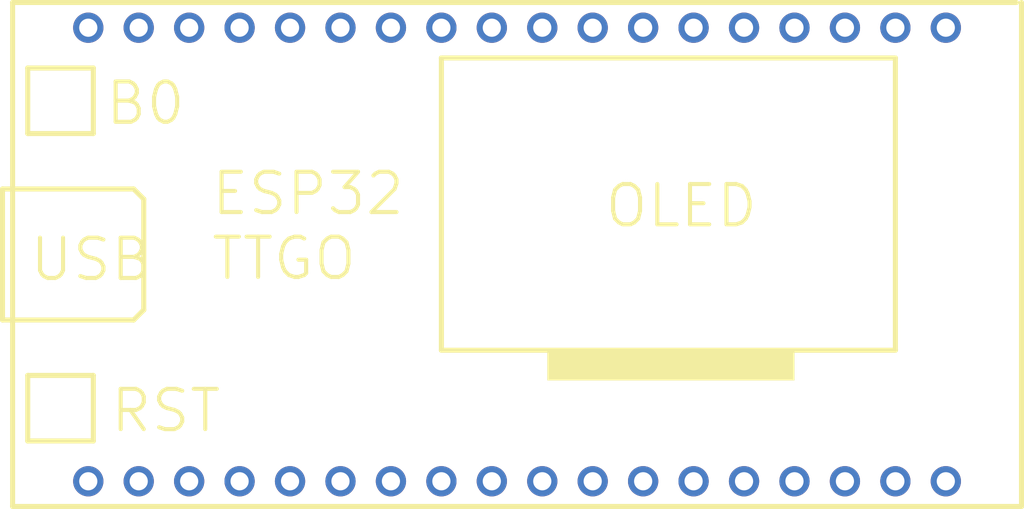
<source format=kicad_pcb>
(kicad_pcb (version 20171130) (host pcbnew 5.1.9)

  (general
    (thickness 1.6)
    (drawings 28)
    (tracks 36)
    (zones 0)
    (modules 0)
    (nets 5)
  )

  (page A4)
  (layers
    (0 F.Cu signal)
    (31 B.Cu signal)
    (32 B.Adhes user)
    (33 F.Adhes user)
    (34 B.Paste user)
    (35 F.Paste user)
    (36 B.SilkS user)
    (37 F.SilkS user)
    (38 B.Mask user)
    (39 F.Mask user)
    (40 Dwgs.User user)
    (41 Cmts.User user)
    (42 Eco1.User user)
    (43 Eco2.User user)
    (44 Edge.Cuts user)
    (45 Margin user)
    (46 B.CrtYd user)
    (47 F.CrtYd user)
    (48 B.Fab user hide)
    (49 F.Fab user hide)
  )

  (setup
    (last_trace_width 0.25)
    (trace_clearance 0.2)
    (zone_clearance 0.508)
    (zone_45_only no)
    (trace_min 0.2)
    (via_size 0.8)
    (via_drill 0.4)
    (via_min_size 0.4)
    (via_min_drill 0.3)
    (uvia_size 0.3)
    (uvia_drill 0.1)
    (uvias_allowed no)
    (uvia_min_size 0.2)
    (uvia_min_drill 0.1)
    (edge_width 0.05)
    (segment_width 0.2)
    (pcb_text_width 0.3)
    (pcb_text_size 1.5 1.5)
    (mod_edge_width 0.12)
    (mod_text_size 1 1)
    (mod_text_width 0.15)
    (pad_size 1.524 1.524)
    (pad_drill 0.762)
    (pad_to_mask_clearance 0)
    (aux_axis_origin 0 0)
    (visible_elements FFFFFF7F)
    (pcbplotparams
      (layerselection 0x010fc_ffffffff)
      (usegerberextensions false)
      (usegerberattributes true)
      (usegerberadvancedattributes true)
      (creategerberjobfile true)
      (excludeedgelayer true)
      (linewidth 0.100000)
      (plotframeref false)
      (viasonmask false)
      (mode 1)
      (useauxorigin false)
      (hpglpennumber 1)
      (hpglpenspeed 20)
      (hpglpendiameter 15.000000)
      (psnegative false)
      (psa4output false)
      (plotreference true)
      (plotvalue true)
      (plotinvisibletext false)
      (padsonsilk false)
      (subtractmaskfromsilk false)
      (outputformat 1)
      (mirror false)
      (drillshape 1)
      (scaleselection 1)
      (outputdirectory ""))
  )

  (net 0 "")
  (net 1 GND)
  (net 2 5V)
  (net 3 3V3)
  (net 4 RST)

  (net_class Default "This is the default net class."
    (clearance 0.2)
    (trace_width 0.25)
    (via_dia 0.8)
    (via_drill 0.4)
    (uvia_dia 0.3)
    (uvia_drill 0.1)
    (add_net 3V3)
    (add_net 5V)
    (add_net GND)
    (add_net RST)
  )

  (gr_line (start 89.962 72.836) (end 93.264 72.836) (layer F.SilkS) (width 0.254))
  (gr_line (start 93.264 72.836) (end 93.264 76.138) (layer F.SilkS) (width 0.254))
  (gr_line (start 93.264 76.138) (end 89.962 76.138) (layer F.SilkS) (width 0.254))
  (gr_line (start 89.962 76.138) (end 89.962 72.836) (layer F.SilkS) (width 0.254))
  (gr_line (start 88.692 63.438) (end 95.296 63.438) (layer F.SilkS) (width 0.254))
  (gr_line (start 95.296 63.438) (end 95.804 63.946) (layer F.SilkS) (width 0.254))
  (gr_line (start 95.804 63.946) (end 95.804 69.534) (layer F.SilkS) (width 0.254))
  (gr_line (start 95.804 69.534) (end 95.296 70.042) (layer F.SilkS) (width 0.254))
  (gr_line (start 95.296 70.042) (end 88.692 70.042) (layer F.SilkS) (width 0.254))
  (gr_line (start 88.692 70.042) (end 88.692 63.438) (layer F.SilkS) (width 0.254))
  (gr_line (start 89.962 57.342) (end 93.264 57.342) (layer F.SilkS) (width 0.254))
  (gr_line (start 93.264 57.342) (end 93.264 60.644) (layer F.SilkS) (width 0.254))
  (gr_line (start 93.264 60.644) (end 89.962 60.644) (layer F.SilkS) (width 0.254))
  (gr_line (start 89.962 60.644) (end 89.962 57.342) (layer F.SilkS) (width 0.254))
  (gr_line (start 110.79 56.834) (end 110.79 71.566) (layer F.SilkS) (width 0.254))
  (gr_line (start 133.65 56.834) (end 133.65 71.566) (layer F.SilkS) (width 0.254))
  (gr_line (start 133.65 71.566) (end 110.79 71.566) (layer F.SilkS) (width 0.254))
  (gr_line (start 110.79 56.834) (end 133.65 56.834) (layer F.SilkS) (width 0.254))
  (gr_line (start 140 79.44) (end 89.2 79.44) (layer F.SilkS) (width 0.254))
  (gr_line (start 89.2 54.04) (end 139.746 54.04) (layer F.SilkS) (width 0.254))
  (gr_line (start 89.2 54.04) (end 89.2 79.44) (layer F.SilkS) (width 0.254))
  (gr_line (start 140 54.04) (end 140 79.44) (layer F.SilkS) (width 0.254))
  (gr_text "ESP32\nTTGO" (at 99.106 65.307) (layer F.SilkS)
    (effects (font (size 2.032 2.032) (thickness 0.203)) (justify left))
  )
  (gr_text OLED (at 118.918 64.291) (layer F.SilkS)
    (effects (font (size 2.032 2.032) (thickness 0.203)) (justify left))
  )
  (gr_text B0 (at 93.772 59.12) (layer F.SilkS)
    (effects (font (size 2.032 2.032) (thickness 0.203)) (justify left))
  )
  (gr_text RST (at 94.026 74.614) (layer F.SilkS)
    (effects (font (size 2.032 2.032) (thickness 0.203)) (justify left))
  )
  (gr_text USB (at 89.962 66.994) (layer F.SilkS)
    (effects (font (size 2.032 2.032) (thickness 0.203)) (justify left))
  )
  (gr_poly (pts (xy 116.124 71.566) (xy 116.124 73.09) (xy 128.57 73.09) (xy 128.57 71.566)) (layer F.SilkS) (width 0))

  (via (at 113.33 55.31) (size 1.524) (drill 0.914) (layers F.Cu B.Cu) (net 0))
  (via (at 113.33 78.17) (size 1.524) (drill 0.914) (layers F.Cu B.Cu) (net 0))
  (via (at 110.79 78.17) (size 1.524) (drill 0.914) (layers F.Cu B.Cu) (net 0))
  (via (at 115.87 78.17) (size 1.524) (drill 0.914) (layers F.Cu B.Cu) (net 0))
  (via (at 118.41 78.17) (size 1.524) (drill 0.914) (layers F.Cu B.Cu) (net 0))
  (via (at 120.95 78.17) (size 1.524) (drill 0.914) (layers F.Cu B.Cu) (net 0))
  (via (at 123.49 78.17) (size 1.524) (drill 0.914) (layers F.Cu B.Cu) (net 0))
  (via (at 126.03 78.17) (size 1.524) (drill 0.914) (layers F.Cu B.Cu) (net 0))
  (via (at 128.57 78.17) (size 1.524) (drill 0.914) (layers F.Cu B.Cu) (net 0))
  (via (at 131.11 78.17) (size 1.524) (drill 0.914) (layers F.Cu B.Cu) (net 0))
  (via (at 133.65 78.17) (size 1.524) (drill 0.914) (layers F.Cu B.Cu) (net 0))
  (via (at 136.19 78.17) (size 1.524) (drill 0.914) (layers F.Cu B.Cu) (net 0))
  (via (at 100.63 55.31) (size 1.524) (drill 0.914) (layers F.Cu B.Cu) (net 0))
  (via (at 103.17 55.31) (size 1.524) (drill 0.914) (layers F.Cu B.Cu) (net 0))
  (via (at 105.71 55.31) (size 1.524) (drill 0.914) (layers F.Cu B.Cu) (net 0))
  (via (at 108.25 55.31) (size 1.524) (drill 0.914) (layers F.Cu B.Cu) (net 0))
  (via (at 110.79 55.31) (size 1.524) (drill 0.914) (layers F.Cu B.Cu) (net 0))
  (via (at 115.87 55.31) (size 1.524) (drill 0.914) (layers F.Cu B.Cu) (net 0))
  (via (at 118.41 55.31) (size 1.524) (drill 0.914) (layers F.Cu B.Cu) (net 0))
  (via (at 120.95 55.31) (size 1.524) (drill 0.914) (layers F.Cu B.Cu) (net 0))
  (via (at 123.49 55.31) (size 1.524) (drill 0.914) (layers F.Cu B.Cu) (net 0))
  (via (at 126.03 55.31) (size 1.524) (drill 0.914) (layers F.Cu B.Cu) (net 0))
  (via (at 128.57 55.31) (size 1.524) (drill 0.914) (layers F.Cu B.Cu) (net 0))
  (via (at 131.11 55.31) (size 1.524) (drill 0.914) (layers F.Cu B.Cu) (net 0))
  (via (at 133.65 55.31) (size 1.524) (drill 0.914) (layers F.Cu B.Cu) (net 0))
  (via (at 136.19 55.31) (size 1.524) (drill 0.914) (layers F.Cu B.Cu) (net 0))
  (via (at 93.01 78.17) (size 1.524) (drill 0.914) (layers F.Cu B.Cu) (net 1))
  (via (at 100.63 78.17) (size 1.524) (drill 0.914) (layers F.Cu B.Cu) (net 4))
  (via (at 93.01 55.31) (size 1.524) (drill 0.914) (layers F.Cu B.Cu) (net 1))
  (via (at 95.55 78.17) (size 1.524) (drill 0.914) (layers F.Cu B.Cu) (net 2))
  (via (at 95.55 55.31) (size 1.524) (drill 0.914) (layers F.Cu B.Cu) (net 2))
  (via (at 98.09 78.17) (size 1.524) (drill 0.914) (layers F.Cu B.Cu) (net 3))
  (via (at 98.09 55.31) (size 1.524) (drill 0.914) (layers F.Cu B.Cu) (net 3))
  (via (at 103.17 78.17) (size 1.524) (drill 0.914) (layers F.Cu B.Cu) (net 0))
  (via (at 105.71 78.17) (size 1.524) (drill 0.914) (layers F.Cu B.Cu) (net 0))
  (via (at 108.25 78.17) (size 1.524) (drill 0.914) (layers F.Cu B.Cu) (net 0))

)

</source>
